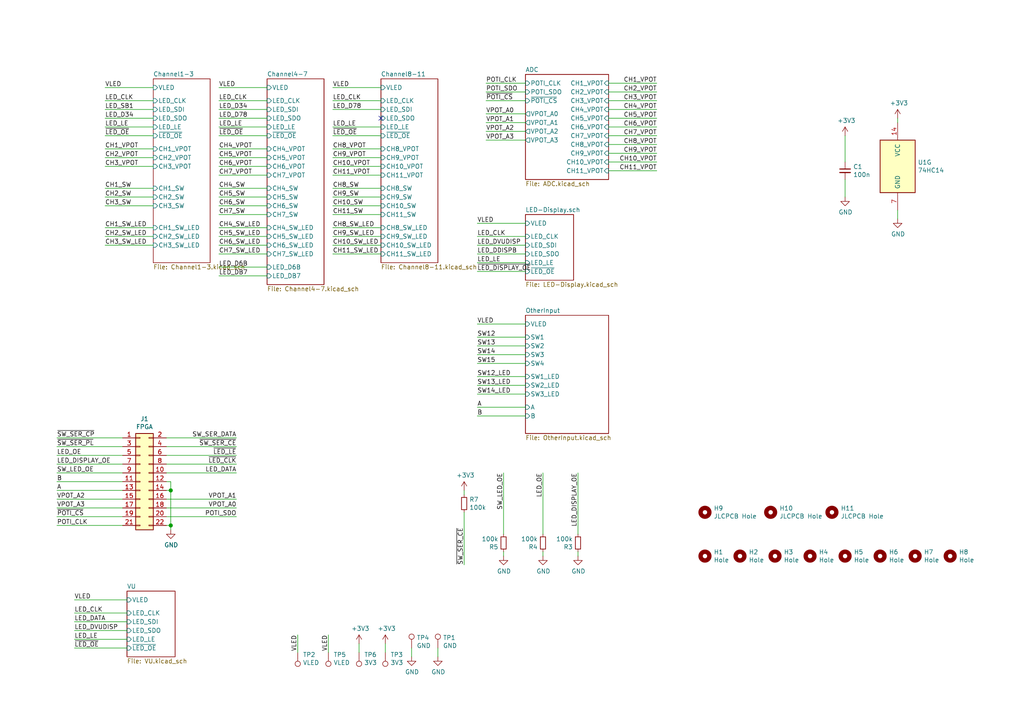
<source format=kicad_sch>
(kicad_sch (version 20211123) (generator eeschema)
  (paper "A4")
  (junction (at 49.53 142.24) (diameter 1.016))
  (junction (at 49.53 152.4) (diameter 1.016))
  (junction (at -29.21 210.82) (diameter 1.016))
  (junction (at -29.21 208.28) (diameter 1.016))
  (no_connect (at 110.49 34.29))
  (no_connect (at 214.63 236.22))
  (no_connect (at 153.67 236.22))
  (no_connect (at 45.72 289.56))
  (no_connect (at 45.72 287.02))
  (wire (pts (xy 45.72 250.19) (xy 59.69 250.19)))
  (wire (pts (xy 12.7 240.03) (xy 25.4 240.03)))
  (wire (pts (xy -29.21 210.82) (xy -29.21 213.36)))
  (wire (pts (xy 96.52 62.23) (xy 110.49 62.23)))
  (wire (pts (xy -27.94 208.28) (xy -29.21 208.28)))
  (wire (pts (xy 59.69 299.72) (xy 45.72 299.72)))
  (wire (pts (xy 63.5 54.61) (xy 77.47 54.61)))
  (wire (pts (xy 115.57 243.84) (xy 128.27 243.84)))
  (wire (pts (xy -44.45 184.15) (xy -44.45 182.88)))
  (wire (pts (xy 12.7 292.1) (xy 25.4 292.1)))
  (wire (pts (xy 325.12 96.52) (xy 307.34 96.52)))
  (wire (pts (xy 92.71 240.03) (xy 92.71 242.57)))
  (wire (pts (xy 45.72 297.18) (xy 59.69 297.18)))
  (wire (pts (xy 96.52 71.12) (xy 110.49 71.12)))
  (wire (pts (xy 176.53 251.46) (xy 189.23 251.46)))
  (wire (pts (xy -34.29 200.66) (xy -27.94 200.66)))
  (wire (pts (xy 96.52 66.04) (xy 110.49 66.04)))
  (wire (pts (xy 96.52 59.69) (xy 110.49 59.69)))
  (wire (pts (xy -29.21 208.28) (xy -29.21 210.82)))
  (wire (pts (xy 187.96 236.22) (xy 187.96 275.59)))
  (wire (pts (xy 30.48 31.75) (xy 44.45 31.75)))
  (wire (pts (xy 77.47 45.72) (xy 63.5 45.72)))
  (wire (pts (xy 138.43 78.74) (xy 152.4 78.74)))
  (wire (pts (xy -90.17 214.63) (xy -90.17 213.36)))
  (wire (pts (xy 68.58 149.86) (xy 48.26 149.86)))
  (wire (pts (xy 190.5 41.91) (xy 176.53 41.91)))
  (wire (pts (xy 167.64 154.94) (xy 167.64 137.16)))
  (wire (pts (xy 35.56 149.86) (xy 16.51 149.86)))
  (wire (pts (xy 16.51 134.62) (xy 35.56 134.62)))
  (wire (pts (xy 176.53 39.37) (xy 190.5 39.37)))
  (wire (pts (xy 134.62 148.59) (xy 134.62 163.83)))
  (wire (pts (xy 45.72 294.64) (xy 59.69 294.64)))
  (wire (pts (xy 138.43 71.12) (xy 152.4 71.12)))
  (wire (pts (xy 176.53 248.92) (xy 189.23 248.92)))
  (wire (pts (xy 146.05 154.94) (xy 146.05 137.16)))
  (wire (pts (xy 128.27 233.68) (xy 127 233.68)))
  (wire (pts (xy -80.01 208.28) (xy -80.01 214.63)))
  (wire (pts (xy 127 233.68) (xy 127 275.59)))
  (wire (pts (xy 190.5 46.99) (xy 176.53 46.99)))
  (wire (pts (xy 176.53 238.76) (xy 189.23 238.76)))
  (wire (pts (xy 68.58 144.78) (xy 48.26 144.78)))
  (wire (pts (xy 115.57 264.16) (xy 128.27 264.16)))
  (wire (pts (xy -53.34 184.15) (xy -53.34 182.88)))
  (wire (pts (xy 96.52 54.61) (xy 110.49 54.61)))
  (wire (pts (xy 340.36 96.52) (xy 358.14 96.52)))
  (wire (pts (xy 176.53 243.84) (xy 189.23 243.84)))
  (wire (pts (xy 20.32 261.62) (xy 20.32 264.16)))
  (wire (pts (xy 12.7 294.64) (xy 25.4 294.64)))
  (wire (pts (xy -27.94 203.2) (xy -29.21 203.2)))
  (wire (pts (xy 20.32 256.54) (xy 20.32 255.27)))
  (wire (pts (xy 138.43 114.3) (xy 152.4 114.3)))
  (wire (pts (xy 30.48 29.21) (xy 44.45 29.21)))
  (wire (pts (xy 35.56 129.54) (xy 16.51 129.54)))
  (wire (pts (xy 138.43 97.79) (xy 152.4 97.79)))
  (wire (pts (xy 21.59 180.34) (xy 36.83 180.34)))
  (wire (pts (xy 176.53 259.08) (xy 189.23 259.08)))
  (wire (pts (xy 340.36 152.4) (xy 358.14 152.4)))
  (wire (pts (xy 63.5 77.47) (xy 77.47 77.47)))
  (wire (pts (xy 96.52 73.66) (xy 110.49 73.66)))
  (wire (pts (xy 68.58 129.54) (xy 48.26 129.54)))
  (wire (pts (xy 63.5 34.29) (xy 77.47 34.29)))
  (wire (pts (xy 190.5 44.45) (xy 176.53 44.45)))
  (wire (pts (xy 12.7 284.48) (xy 25.4 284.48)))
  (wire (pts (xy 48.26 142.24) (xy 49.53 142.24)))
  (wire (pts (xy 63.5 48.26) (xy 77.47 48.26)))
  (wire (pts (xy 140.97 38.1) (xy 152.4 38.1)))
  (wire (pts (xy 63.5 29.21) (xy 77.47 29.21)))
  (wire (pts (xy 30.48 59.69) (xy 44.45 59.69)))
  (wire (pts (xy 189.23 266.7) (xy 176.53 266.7)))
  (wire (pts (xy 138.43 73.66) (xy 152.4 73.66)))
  (wire (pts (xy 115.57 248.92) (xy 128.27 248.92)))
  (wire (pts (xy 63.5 73.66) (xy 77.47 73.66)))
  (wire (pts (xy 68.58 137.16) (xy 48.26 137.16)))
  (wire (pts (xy 110.49 45.72) (xy 96.52 45.72)))
  (wire (pts (xy 201.93 226.06) (xy 201.93 224.79)))
  (wire (pts (xy 63.5 43.18) (xy 77.47 43.18)))
  (wire (pts (xy 63.5 66.04) (xy 77.47 66.04)))
  (wire (pts (xy 21.59 182.88) (xy 36.83 182.88)))
  (wire (pts (xy 358.14 124.46) (xy 340.36 124.46)))
  (wire (pts (xy 140.97 26.67) (xy 152.4 26.67)))
  (wire (pts (xy 325.12 124.46) (xy 307.34 124.46)))
  (wire (pts (xy 340.36 166.37) (xy 358.14 166.37)))
  (wire (pts (xy 104.14 186.69) (xy 104.14 189.23)))
  (wire (pts (xy 176.53 246.38) (xy 189.23 246.38)))
  (wire (pts (xy 86.36 184.15) (xy 86.36 189.23)))
  (wire (pts (xy 229.87 233.68) (xy 214.63 233.68)))
  (wire (pts (xy 30.48 66.04) (xy 44.45 66.04)))
  (wire (pts (xy 152.4 111.76) (xy 138.43 111.76)))
  (wire (pts (xy 12.7 247.65) (xy 25.4 247.65)))
  (wire (pts (xy 92.71 250.19) (xy 92.71 247.65)))
  (wire (pts (xy 110.49 50.8) (xy 96.52 50.8)))
  (wire (pts (xy 152.4 102.87) (xy 138.43 102.87)))
  (wire (pts (xy 45.72 252.73) (xy 59.69 252.73)))
  (wire (pts (xy 325.12 138.43) (xy 307.34 138.43)))
  (wire (pts (xy 111.76 186.69) (xy 111.76 189.23)))
  (wire (pts (xy 115.57 236.22) (xy 128.27 236.22)))
  (wire (pts (xy 44.45 45.72) (xy 30.48 45.72)))
  (wire (pts (xy 63.5 62.23) (xy 77.47 62.23)))
  (wire (pts (xy 152.4 118.11) (xy 138.43 118.11)))
  (wire (pts (xy 35.56 152.4) (xy 16.51 152.4)))
  (wire (pts (xy 63.5 39.37) (xy 77.47 39.37)))
  (wire (pts (xy 63.5 57.15) (xy 77.47 57.15)))
  (wire (pts (xy 63.5 36.83) (xy 77.47 36.83)))
  (wire (pts (xy 140.97 29.21) (xy 152.4 29.21)))
  (wire (pts (xy 152.4 40.64) (xy 140.97 40.64)))
  (wire (pts (xy 48.26 152.4) (xy 49.53 152.4)))
  (wire (pts (xy 30.48 68.58) (xy 44.45 68.58)))
  (wire (pts (xy 190.5 24.13) (xy 176.53 24.13)))
  (wire (pts (xy 140.97 24.13) (xy 152.4 24.13)))
  (wire (pts (xy 16.51 139.7) (xy 35.56 139.7)))
  (wire (pts (xy 189.23 236.22) (xy 187.96 236.22)))
  (wire (pts (xy 35.56 127) (xy 16.51 127)))
  (wire (pts (xy 30.48 34.29) (xy 44.45 34.29)))
  (wire (pts (xy -34.29 172.72) (xy -34.29 177.8)))
  (wire (pts (xy 176.53 264.16) (xy 189.23 264.16)))
  (wire (pts (xy 35.56 264.16) (xy 35.56 262.89)))
  (wire (pts (xy 201.93 275.59) (xy 201.93 274.32)))
  (wire (pts (xy 157.48 154.94) (xy 157.48 137.16)))
  (wire (pts (xy 96.52 68.58) (xy 110.49 68.58)))
  (wire (pts (xy 190.5 29.21) (xy 176.53 29.21)))
  (wire (pts (xy 190.5 49.53) (xy 176.53 49.53)))
  (wire (pts (xy 30.48 71.12) (xy 44.45 71.12)))
  (wire (pts (xy 96.52 43.18) (xy 110.49 43.18)))
  (wire (pts (xy 21.59 185.42) (xy 36.83 185.42)))
  (wire (pts (xy 21.59 187.96) (xy 36.83 187.96)))
  (wire (pts (xy 16.51 137.16) (xy 35.56 137.16)))
  (wire (pts (xy 63.5 31.75) (xy 77.47 31.75)))
  (wire (pts (xy 140.97 226.06) (xy 140.97 224.79)))
  (wire (pts (xy 307.34 110.49) (xy 325.12 110.49)))
  (wire (pts (xy 138.43 93.98) (xy 152.4 93.98)))
  (wire (pts (xy 63.5 59.69) (xy 77.47 59.69)))
  (wire (pts (xy 20.32 299.72) (xy 25.4 299.72)))
  (wire (pts (xy 21.59 173.99) (xy 36.83 173.99)))
  (wire (pts (xy 190.5 36.83) (xy 176.53 36.83)))
  (wire (pts (xy 96.52 25.4) (xy 110.49 25.4)))
  (wire (pts (xy 96.52 57.15) (xy 110.49 57.15)))
  (wire (pts (xy -27.94 198.12) (xy -34.29 198.12)))
  (wire (pts (xy 138.43 76.2) (xy 152.4 76.2)))
  (wire (pts (xy 260.35 63.5) (xy 260.35 60.96)))
  (wire (pts (xy 20.32 255.27) (xy 25.4 255.27)))
  (wire (pts (xy 140.97 275.59) (xy 140.97 274.32)))
  (wire (pts (xy -62.23 172.72) (xy -62.23 177.8)))
  (wire (pts (xy 45.72 302.26) (xy 59.69 302.26)))
  (wire (pts (xy 59.69 284.48) (xy 45.72 284.48)))
  (wire (pts (xy 49.53 139.7) (xy 49.53 142.24)))
  (wire (pts (xy -72.39 214.63) (xy -72.39 213.36)))
  (wire (pts (xy 30.48 25.4) (xy 44.45 25.4)))
  (wire (pts (xy 138.43 105.41) (xy 152.4 105.41)))
  (wire (pts (xy 138.43 64.77) (xy 152.4 64.77)))
  (wire (pts (xy 45.72 242.57) (xy 59.69 242.57)))
  (wire (pts (xy -53.34 172.72) (xy -53.34 177.8)))
  (wire (pts (xy 138.43 109.22) (xy 152.4 109.22)))
  (wire (pts (xy 266.7 255.27) (xy 266.7 257.81)))
  (wire (pts (xy 153.67 233.68) (xy 167.64 233.68)))
  (wire (pts (xy 20.32 300.99) (xy 20.32 299.72)))
  (wire (pts (xy 138.43 100.33) (xy 152.4 100.33)))
  (wire (pts (xy 95.25 184.15) (xy 95.25 189.23)))
  (wire (pts (xy 134.62 142.24) (xy 134.62 143.51)))
  (wire (pts (xy 115.57 238.76) (xy 128.27 238.76)))
  (wire (pts (xy 12.7 287.02) (xy 25.4 287.02)))
  (wire (pts (xy 45.72 247.65) (xy 59.69 247.65)))
  (wire (pts (xy 260.35 34.29) (xy 260.35 35.56)))
  (wire (pts (xy 12.7 250.19) (xy 25.4 250.19)))
  (wire (pts (xy 68.58 147.32) (xy 48.26 147.32)))
  (wire (pts (xy 68.58 134.62) (xy 48.26 134.62)))
  (wire (pts (xy -62.23 184.15) (xy -62.23 182.88)))
  (wire (pts (xy 176.53 241.3) (xy 189.23 241.3)))
  (wire (pts (xy 30.48 54.61) (xy 44.45 54.61)))
  (wire (pts (xy 68.58 132.08) (xy 48.26 132.08)))
  (wire (pts (xy 140.97 33.02) (xy 152.4 33.02)))
  (wire (pts (xy 96.52 36.83) (xy 110.49 36.83)))
  (wire (pts (xy 128.27 266.7) (xy 115.57 266.7)))
  (wire (pts (xy -44.45 172.72) (xy -44.45 177.8)))
  (wire (pts (xy 21.59 177.8) (xy 36.83 177.8)))
  (wire (pts (xy 49.53 152.4) (xy 49.53 153.67)))
  (wire (pts (xy 157.48 161.29) (xy 157.48 160.02)))
  (wire (pts (xy 48.26 127) (xy 68.58 127)))
  (wire (pts (xy 30.48 36.83) (xy 44.45 36.83)))
  (wire (pts (xy 266.7 265.43) (xy 266.7 262.89)))
  (wire (pts (xy 115.57 251.46) (xy 128.27 251.46)))
  (wire (pts (xy 63.5 80.01) (xy 77.47 80.01)))
  (wire (pts (xy 12.7 242.57) (xy 25.4 242.57)))
  (wire (pts (xy 16.51 132.08) (xy 35.56 132.08)))
  (wire (pts (xy 146.05 160.02) (xy 146.05 161.29)))
  (wire (pts (xy -34.29 184.15) (xy -34.29 182.88)))
  (wire (pts (xy 45.72 245.11) (xy 59.69 245.11)))
  (wire (pts (xy 77.47 50.8) (xy 63.5 50.8)))
  (wire (pts (xy 59.69 255.27) (xy 45.72 255.27)))
  (wire (pts (xy 307.34 152.4) (xy 325.12 152.4)))
  (wire (pts (xy 12.7 289.56) (xy 25.4 289.56)))
  (wire (pts (xy 138.43 68.58) (xy 152.4 68.58)))
  (wire (pts (xy 16.51 147.32) (xy 35.56 147.32)))
  (wire (pts (xy 190.5 34.29) (xy 176.53 34.29)))
  (wire (pts (xy -29.21 208.28) (xy -29.21 205.74)))
  (wire (pts (xy 176.53 233.68) (xy 189.23 233.68)))
  (wire (pts (xy 63.5 68.58) (xy 77.47 68.58)))
  (wire (pts (xy 340.36 138.43) (xy 358.14 138.43)))
  (wire (pts (xy 189.23 254) (xy 176.53 254)))
  (wire (pts (xy 30.48 48.26) (xy 44.45 48.26)))
  (wire (pts (xy 128.27 246.38) (xy 115.57 246.38)))
  (wire (pts (xy 127 190.5) (xy 127 187.96)))
  (wire (pts (xy 96.52 48.26) (xy 110.49 48.26)))
  (wire (pts (xy 128.27 241.3) (xy 115.57 241.3)))
  (wire (pts (xy 45.72 292.1) (xy 59.69 292.1)))
  (wire (pts (xy 35.56 234.95) (xy 35.56 232.41)))
  (wire (pts (xy 30.48 43.18) (xy 44.45 43.18)))
  (wire (pts (xy 115.57 254) (xy 128.27 254)))
  (wire (pts (xy -29.21 196.85) (xy -29.21 203.2)))
  (wire (pts (xy -29.21 205.74) (xy -27.94 205.74)))
  (wire (pts (xy 190.5 31.75) (xy 176.53 31.75)))
  (wire (pts (xy 115.57 259.08) (xy 128.27 259.08)))
  (wire (pts (xy 96.52 39.37) (xy 110.49 39.37)))
  (wire (pts (xy 59.69 240.03) (xy 45.72 240.03)))
  (wire (pts (xy 16.51 142.24) (xy 35.56 142.24)))
  (wire (pts (xy 167.64 161.29) (xy 167.64 160.02)))
  (wire (pts (xy 45.72 257.81) (xy 59.69 257.81)))
  (wire (pts (xy 63.5 25.4) (xy 77.47 25.4)))
  (wire (pts (xy 358.14 110.49) (xy 340.36 110.49)))
  (wire (pts (xy 30.48 57.15) (xy 44.45 57.15)))
  (wire (pts (xy 245.11 39.37) (xy 245.11 46.99)))
  (wire (pts (xy 35.56 144.78) (xy 16.51 144.78)))
  (wire (pts (xy 49.53 142.24) (xy 49.53 152.4)))
  (wire (pts (xy 96.52 31.75) (xy 110.49 31.75)))
  (wire (pts (xy -27.94 210.82) (xy -29.21 210.82)))
  (wire (pts (xy 138.43 120.65) (xy 152.4 120.65)))
  (wire (pts (xy 96.52 29.21) (xy 110.49 29.21)))
  (wire (pts (xy 30.48 39.37) (xy 44.45 39.37)))
  (wire (pts (xy 20.32 306.07) (xy 20.32 308.61)))
  (wire (pts (xy 119.38 190.5) (xy 119.38 187.96)))
  (wire (pts (xy 176.53 26.67) (xy 190.5 26.67)))
  (wire (pts (xy 63.5 71.12) (xy 77.47 71.12)))
  (wire (pts (xy 245.11 57.15) (xy 245.11 52.07)))
  (wire (pts (xy 152.4 35.56) (xy 140.97 35.56)))
  (wire (pts (xy 325.12 166.37) (xy 307.34 166.37)))
  (wire (pts (xy 35.56 308.61) (xy 35.56 307.34)))
  (wire (pts (xy 12.7 245.11) (xy 25.4 245.11)))
  (wire (pts (xy 35.56 279.4) (xy 35.56 276.86)))
  (wire (pts (xy 48.26 139.7) (xy 49.53 139.7)))
  (label "B" (at 16.51 139.7 0))
  (label "CH1_SW" (at 176.53 243.84 0))
  (label "CH8_SW_LED" (at 96.52 66.04 0))
  (label "CH11_VPOT" (at 190.5 49.53 180))
  (label "~{SW_LED_OE}" (at 12.7 294.64 0))
  (label "VLED" (at -44.45 172.72 270))
  (label "CH3_VPOT" (at 30.48 48.26 0))
  (label "CH7_SW_LED" (at 63.5 73.66 0))
  (label "CH5_SW" (at 115.57 246.38 0))
  (label "LED_LE" (at 12.7 247.65 0))
  (label "CH11_SW_LED" (at 96.52 73.66 0))
  (label "VLED" (at -34.29 200.66 0))
  (label "VPOT_A0" (at 140.97 33.02 0))
  (label "SW12" (at 176.53 251.46 0))
  (label "SW15" (at 176.53 246.38 0))
  (label "LED_DB7" (at 12.7 245.11 0))
  (label "CH5_VPOT" (at 63.5 45.72 0))
  (label "SW14_LED" (at 59.69 284.48 180))
  (label "POTI_CLK" (at 16.51 152.4 0))
  (label "SW_LED_OE" (at 16.51 137.16 0))
  (label "SW15" (at 138.43 105.41 0))
  (label "CH9_SW" (at 96.52 57.15 0))
  (label "CH10_VPOT" (at 190.5 46.99 180))
  (label "SW12" (at 138.43 97.79 0))
  (label "LED_CLK" (at 96.52 29.21 0))
  (label "VPOT_A2" (at 16.51 144.78 0))
  (label "CH4_SW" (at 115.57 241.3 0))
  (label "LED_DATA" (at 21.59 180.34 0))
  (label "CH7_SW_LED" (at 59.69 245.11 180))
  (label "LED_LE" (at 12.7 292.1 0))
  (label "~{LED_LE}" (at 307.34 110.49 0))
  (label "CH5_SW_LED" (at 59.69 240.03 180))
  (label "LED_CLK" (at 138.43 68.58 0))
  (label "CH8_SW" (at 96.52 54.61 0))
  (label "SW13_LED" (at 59.69 299.72 180))
  (label "LED_LE" (at 63.5 36.83 0))
  (label "VPOT_A2" (at 140.97 38.1 0))
  (label "~{LED_CLK}" (at 307.34 138.43 0))
  (label "CH2_SW_LED" (at 59.69 297.18 180))
  (label "CH6_SW_LED" (at 63.5 71.12 0))
  (label "VPOT_A3" (at 140.97 40.64 0))
  (label "CH5_SW" (at 63.5 57.15 0))
  (label "VLED" (at 86.36 184.15 270))
  (label "LED_D78" (at 96.52 31.75 0))
  (label "SW12_LED" (at 59.69 302.26 180))
  (label "~{SW_SER_PL}" (at 16.51 129.54 0))
  (label "CH7_VPOT" (at 190.5 39.37 180))
  (label "CH6_SW_LED" (at 59.69 257.81 180))
  (label "CH3_SW" (at 30.48 59.69 0))
  (label "LED_DATA" (at 68.58 137.16 180))
  (label "CH7_VPOT" (at 63.5 50.8 0))
  (label "CH8_SW_LED" (at 59.69 247.65 180))
  (label "CH7_SW" (at 63.5 62.23 0))
  (label "~{SW_SER_CP}" (at 16.51 127 0))
  (label "CH6_VPOT" (at 190.5 36.83 180))
  (label "~{LED_OE}" (at 63.5 39.37 0))
  (label "~{POTI_CS}" (at 140.97 29.21 0))
  (label "LED_DISPLAY_OE" (at 167.64 137.16 270))
  (label "VLED" (at -80.01 208.28 270))
  (label "SW14" (at 138.43 102.87 0))
  (label "~{LED_CLK}" (at 68.58 134.62 180))
  (label "CH6_SW" (at 115.57 243.84 0))
  (label "POTI_SDO" (at 140.97 26.67 0))
  (label "A" (at 16.51 142.24 0))
  (label "CH8_SW" (at 115.57 236.22 0))
  (label "CH2_VPOT" (at 30.48 45.72 0))
  (label "LED_LE" (at 358.14 110.49 180))
  (label "VLED" (at 30.48 25.4 0))
  (label "LED_SB1" (at 12.7 289.56 0))
  (label "CH11_SW" (at 115.57 248.92 0))
  (label "VLED" (at -34.29 172.72 270))
  (label "CH3_SW_LED" (at 59.69 294.64 180))
  (label "CH4_SW_LED" (at 59.69 242.57 180))
  (label "SW_SER_D12" (at 176.53 233.68 0))
  (label "~{SW_SER_CE}" (at 134.62 163.83 90))
  (label "CH6_SW" (at 63.5 59.69 0))
  (label "A" (at 138.43 118.11 0))
  (label "LED_OE" (at 157.48 137.16 270))
  (label "LED_CLK" (at 21.59 177.8 0))
  (label "SW14" (at 176.53 248.92 0))
  (label "POTI_CLK" (at 140.97 24.13 0))
  (label "CH4_SW_LED" (at 63.5 66.04 0))
  (label "LED_D78" (at 63.5 34.29 0))
  (label "LED_DVUDISP" (at 21.59 182.88 0))
  (label "VLED" (at 138.43 93.98 0))
  (label "LED_OE" (at 307.34 124.46 0))
  (label "SW_LED_OE" (at 307.34 166.37 0))
  (label "VLED" (at 96.52 25.4 0))
  (label "~{SW_SER_CE}" (at 115.57 266.7 0))
  (label "CH4_VPOT" (at 190.5 31.75 180))
  (label "~{LED_LE}" (at 68.58 132.08 180))
  (label "CH9_VPOT" (at 96.52 45.72 0))
  (label "SW13" (at 176.53 254 0))
  (label "CH9_SW" (at 115.57 251.46 0))
  (label "CH9_SW_LED" (at 59.69 255.27 180))
  (label "CH2_VPOT" (at 190.5 26.67 180))
  (label "LED_LE" (at 21.59 185.42 0))
  (label "CH10_SW_LED" (at 59.69 252.73 180))
  (label "~{SW_SER_PL}" (at 115.57 259.08 0))
  (label "CH5_VPOT" (at 190.5 34.29 180))
  (label "CH10_SW" (at 115.57 238.76 0))
  (label "LED_CLK" (at 30.48 29.21 0))
  (label "CH6_VPOT" (at 63.5 48.26 0))
  (label "CH9_SW_LED" (at 96.52 68.58 0))
  (label "CH1_SW" (at 30.48 54.61 0))
  (label "LED_CLK" (at 358.14 138.43 180))
  (label "CH8_VPOT" (at 96.52 43.18 0))
  (label "CH10_VPOT" (at 96.52 48.26 0))
  (label "SW12_LED" (at 138.43 109.22 0))
  (label "SW13_LED" (at 138.43 111.76 0))
  (label "SW_LED_OE" (at 146.05 137.16 270))
  (label "CH4_VPOT" (at 63.5 43.18 0))
  (label "LED_D34" (at 30.48 34.29 0))
  (label "SW_SER_D12" (at 167.64 233.68 180))
  (label "CH10_SW_LED" (at 96.52 71.12 0))
  (label "LED_CLK" (at 12.7 240.03 0))
  (label "SW_SER_CP" (at 176.53 264.16 0))
  (label "VLED" (at 95.25 184.15 270))
  (label "LED_D6B" (at 12.7 242.57 0))
  (label "CH1_SW_LED" (at 30.48 66.04 0))
  (label "LED_OE" (at 16.51 132.08 0))
  (label "~{SW_SER_CP}" (at 307.34 96.52 0))
  (label "CH1_VPOT" (at 30.48 43.18 0))
  (label "SW_SER_DATA" (at 229.87 233.68 180))
  (label "LED_DISPLAY_OE" (at 307.34 152.4 0))
  (label "CH11_SW_LED" (at 59.69 250.19 180))
  (label "CH11_VPOT" (at 96.52 50.8 0))
  (label "CH1_VPOT" (at 190.5 24.13 180))
  (label "CH2_SW" (at 176.53 241.3 0))
  (label "CH2_SW" (at 30.48 57.15 0))
  (label "~{LED_OE}" (at 30.48 39.37 0))
  (label "VLED" (at -62.23 172.72 270))
  (label "VPOT_A0" (at 68.58 147.32 180))
  (label "~{POTI_CS}" (at 16.51 149.86 0))
  (label "LED_DDISPB" (at 12.7 287.02 0))
  (label "CH5_SW_LED" (at 63.5 68.58 0))
  (label "CH3_VPOT" (at 190.5 29.21 180))
  (label "CH11_SW" (at 96.52 62.23 0))
  (label "LED_DVUDISP" (at 138.43 71.12 0))
  (label "SW14_LED" (at 138.43 114.3 0))
  (label "VPOT_A3" (at 16.51 147.32 0))
  (label "B" (at 138.43 120.65 0))
  (label "LED_CLK" (at 12.7 284.48 0))
  (label "VLED" (at -53.34 172.72 270))
  (label "SW_SER_DATA" (at 68.58 127 180))
  (label "LED_LE" (at 138.43 76.2 0))
  (label "VPOT_A1" (at 68.58 144.78 180))
  (label "~{LED_OE}" (at 21.59 187.96 0))
  (label "~{SW_LED_OE}" (at 358.14 166.37 180))
  (label "~{SW_SER_CE}" (at 68.58 129.54 180))
  (label "CH10_SW" (at 96.52 59.69 0))
  (label "CH3_SW_LED" (at 30.48 71.12 0))
  (label "VLED" (at 21.59 173.99 0))
  (label "LED_CLK" (at 63.5 29.21 0))
  (label "LED_LE" (at 96.52 36.83 0))
  (label "VLED" (at 138.43 64.77 0))
  (label "~{SW_LED_OE}" (at 12.7 250.19 0))
  (label "SW_SER_CP" (at 358.14 96.52 180))
  (label "CH8_VPOT" (at 190.5 41.91 180))
  (label "SW13" (at 138.43 100.33 0))
  (label "~{LED_OE}" (at 358.14 124.46 180))
  (label "LED_D34" (at 63.5 31.75 0))
  (label "LED_DB7" (at 63.5 80.01 0))
  (label "LED_DDISPB" (at 138.43 73.66 0))
  (label "~{SW_SER_CE}" (at 176.53 266.7 0))
  (label "CH7_SW" (at 115.57 254 0))
  (label "LED_D6B" (at 63.5 77.47 0))
  (label "VLED" (at -34.29 198.12 0))
  (label "CH3_SW" (at 176.53 238.76 0))
  (label "CH2_SW_LED" (at 30.48 68.58 0))
  (label "CH1_SW_LED" (at 59.69 292.1 180))
  (label "LED_DISPLAY_OE" (at 16.51 134.62 0))
  (label "CH9_VPOT" (at 190.5 44.45 180))
  (label "~{LED_DISPLAY_OE}" (at 138.43 78.74 0))
  (label "~{LED_OE}" (at 96.52 39.37 0))
  (label "VLED" (at 63.5 25.4 0))
  (label "POTI_SDO" (at 68.58 149.86 180))
  (label "VPOT_A1" (at 140.97 35.56 0))
  (label "~{LED_DISPLAY_OE}" (at 358.14 152.4 180))
  (label "CH4_SW" (at 63.5 54.61 0))
  (label "SW_SER_CP" (at 115.57 264.16 0))
  (label "~{SW_SER_PL}" (at 176.53 259.08 0))
  (label "LED_LE" (at 30.48 36.83 0))
  (label "LED_SB1" (at 30.48 31.75 0))
  (symbol (lib_id "74xx:74HC165") (at 140.97 248.92 0) (unit 1)
    (property "Reference" "U3" (at 134.62 229.87 0))
    (property "Value" "74HC165" (at 146.05 229.87 0))
    (property "Footprint" "Package_SO:SOIC-16_3.9x9.9mm_P1.27mm" (effects hide))
    (property "Datasheet" "https://assets.nexperia.com/documents/data-sheet/74HC_HCT165.pdf" (effects hide))
    (property "LCSC" "C5613" (effects hide))
  )
  (symbol (lib_id "power:GND") (at 140.97 275.59 0) (unit 1)
    (property "Reference" "#PWR0154" (effects hide))
    (property "Value" "GND" (at 141.097 279.9842 0))
  )
  (symbol (lib_id "power:+3V3") (at 140.97 224.79 0) (unit 1)
    (property "Reference" "#PWR0155" (effects hide))
    (property "Value" "+3V3" (at 141.351 220.3958 0))
  )
  (symbol (lib_id "74xx:74HC165") (at 201.93 248.92 0) (unit 1)
    (property "Reference" "U5" (at 195.58 229.87 0))
    (property "Value" "74HC165" (at 207.01 229.87 0))
    (property "Footprint" "Package_SO:SOIC-16_3.9x9.9mm_P1.27mm" (effects hide))
    (property "Datasheet" "https://assets.nexperia.com/documents/data-sheet/74HC_HCT165.pdf" (effects hide))
    (property "LCSC" "C5613" (effects hide))
  )
  (symbol (lib_id "power:GND") (at 201.93 275.59 0) (unit 1)
    (property "Reference" "#PWR0156" (effects hide))
    (property "Value" "GND" (at 202.057 279.9842 0))
  )
  (symbol (lib_id "power:+3V3") (at 201.93 224.79 0) (unit 1)
    (property "Reference" "#PWR0157" (effects hide))
    (property "Value" "+3V3" (at 202.311 220.3958 0))
  )
  (symbol (lib_id "Connector_Generic:Conn_01x06") (at -22.86 203.2 0) (unit 1)
    (property "Reference" "J3" (at -20.828 203.4032 0) (effects (justify left)))
    (property "Value" "Power" (at -20.828 205.7146 0) (effects (justify left)))
    (property "Footprint" "Connector_JST:JST_VH_B6P-VH_1x06_P3.96mm_Vertical" (effects hide))
  )
  (symbol (lib_id "twam-LED:TLC591x") (at 35.56 248.92 0) (unit 1)
    (property "Reference" "U4" (at 29.21 236.22 0))
    (property "Value" "TLC5916IDR" (at 41.91 236.22 0))
    (property "Footprint" "Package_SO:SOIC-16_3.9x9.9mm_P1.27mm" (effects hide))
    (property "LCSC" "C90107" (effects hide))
  )
  (symbol (lib_id "power:GND") (at 35.56 264.16 0) (unit 1)
    (property "Reference" "#PWR0158" (effects hide))
    (property "Value" "GND" (at 35.687 268.5542 0))
  )
  (symbol (lib_id "Device:R_Small") (at 20.32 259.08 0) (unit 1)
    (property "Reference" "R1" (at 21.8186 257.9116 0) (effects (justify left)))
    (property "Value" "470R" (at 21.8186 260.223 0) (effects (justify left)))
    (property "Footprint" "Resistor_SMD:R_0603_1608Metric" (effects hide))
    (property "LCSC" "C23179" (effects hide))
  )
  (symbol (lib_id "power:GND") (at 20.32 264.16 0) (unit 1)
    (property "Reference" "#PWR0159" (effects hide))
    (property "Value" "GND" (at 20.447 268.5542 0))
  )
  (symbol (lib_id "power:+3.3V") (at 35.56 232.41 0) (unit 1)
    (property "Reference" "#PWR0160" (effects hide))
    (property "Value" "+3.3V" (at 35.941 228.0158 0))
  )
  (symbol (lib_id "power:+3.3V") (at -90.17 213.36 0) (unit 1)
    (property "Reference" "#PWR0114" (effects hide))
    (property "Value" "+3.3V" (at -89.789 208.9658 0))
  )
  (symbol (lib_id "power:PWR_FLAG") (at -80.01 214.63 180) (unit 1)
    (property "Reference" "#FLG0101" (effects hide))
    (property "Value" "PWR_FLAG" (at -80.01 219.0242 0))
  )
  (symbol (lib_id "power:GND") (at -72.39 214.63 0) (unit 1)
    (property "Reference" "#PWR0116" (effects hide))
    (property "Value" "GND" (at -72.263 219.0242 0))
  )
  (symbol (lib_id "power:PWR_FLAG") (at -72.39 213.36 0) (unit 1)
    (property "Reference" "#FLG0102" (effects hide))
    (property "Value" "PWR_FLAG" (at -72.39 208.9658 0))
  )
  (symbol (lib_id "power:+3.3V") (at -29.21 196.85 0) (unit 1)
    (property "Reference" "#PWR0147" (effects hide))
    (property "Value" "+3.3V" (at -28.829 192.4558 0))
  )
  (symbol (lib_id "74xx:74HC14") (at 332.74 138.43 0) (unit 4)
    (property "Reference" "U1" (at 332.74 146.4818 0))
    (property "Value" "74HC14" (at 332.74 144.1704 0))
    (property "Footprint" "Package_SO:SOIC-14_3.9x8.7mm_P1.27mm" (effects hide))
    (property "Datasheet" "http://www.ti.com/lit/gpn/sn74HC14" (effects hide))
    (property "LCSC" "C5605" (effects hide))
  )
  (symbol (lib_id "Mechanical:MountingHole") (at 204.47 148.59 0) (unit 1)
    (property "Reference" "H9" (at 207.01 147.4216 0) (effects (justify left)))
    (property "Value" "JLCPCB Hole" (at 207.01 149.733 0) (effects (justify left)))
    (property "Footprint" "MountingHole:MountingHole_JLCPCB" (effects hide))
  )
  (symbol (lib_id "Mechanical:MountingHole") (at 223.52 148.59 0) (unit 1)
    (property "Reference" "H10" (at 226.06 147.4216 0) (effects (justify left)))
    (property "Value" "JLCPCB Hole" (at 226.06 149.733 0) (effects (justify left)))
    (property "Footprint" "MountingHole:MountingHole_JLCPCB" (effects hide))
  )
  (symbol (lib_id "Mechanical:MountingHole") (at 241.3 148.59 0) (unit 1)
    (property "Reference" "H11" (at 243.84 147.4216 0) (effects (justify left)))
    (property "Value" "JLCPCB Hole" (at 243.84 149.733 0) (effects (justify left)))
    (property "Footprint" "MountingHole:MountingHole_JLCPCB" (effects hide))
  )
  (symbol (lib_id "74xx:74HC14") (at 332.74 152.4 0) (unit 5)
    (property "Reference" "U1" (at 332.74 160.4518 0))
    (property "Value" "74HC14" (at 332.74 158.1404 0))
    (property "Footprint" "Package_SO:SOIC-14_3.9x8.7mm_P1.27mm" (effects hide))
    (property "Datasheet" "http://www.ti.com/lit/gpn/sn74HC14" (effects hide))
    (property "LCSC" "C5605" (effects hide))
  )
  (symbol (lib_id "power:GND") (at 127 275.59 0) (unit 1)
    (property "Reference" "#PWR0150" (effects hide))
    (property "Value" "GND" (at 127.127 279.9842 0))
  )
  (symbol (lib_id "power:GND") (at 187.96 275.59 0) (unit 1)
    (property "Reference" "#PWR0161" (effects hide))
    (property "Value" "GND" (at 188.087 279.9842 0))
  )
  (symbol (lib_id "power:GND") (at 92.71 250.19 0) (unit 1)
    (property "Reference" "#PWR0356" (effects hide))
    (property "Value" "GND" (at 92.837 254.5842 0))
  )
  (symbol (lib_id "Device:C_Small") (at 92.71 245.11 0) (unit 1)
    (property "Reference" "C3" (at 95.0468 243.9416 0) (effects (justify left)))
    (property "Value" "100n" (at 95.0468 246.253 0) (effects (justify left)))
    (property "Footprint" "Capacitor_SMD:C_0603_1608Metric" (effects hide))
    (property "LCSC" "C14663" (effects hide))
  )
  (symbol (lib_id "power:+3.3V") (at 92.71 240.03 0) (unit 1)
    (property "Reference" "#PWR0357" (effects hide))
    (property "Value" "+3.3V" (at 93.091 235.6358 0))
  )
  (symbol (lib_id "74xx:74HC14") (at 332.74 166.37 0) (unit 6)
    (property "Reference" "U1" (at 332.74 174.4218 0))
    (property "Value" "74HC14" (at 332.74 172.1104 0))
    (property "Footprint" "Package_SO:SOIC-14_3.9x8.7mm_P1.27mm" (effects hide))
    (property "Datasheet" "http://www.ti.com/lit/gpn/sn74HC14" (effects hide))
    (property "LCSC" "C5605" (effects hide))
  )
  (symbol (lib_id "power:GND") (at 146.05 161.29 0) (unit 1)
    (property "Reference" "#PWR0164" (effects hide))
    (property "Value" "GND" (at 146.177 165.6842 0))
  )
  (symbol (lib_id "74xx:74HC14") (at 332.74 110.49 0) (unit 2)
    (property "Reference" "U1" (at 332.74 118.5418 0))
    (property "Value" "74HC14" (at 332.74 116.2304 0))
    (property "Footprint" "Package_SO:SOIC-14_3.9x8.7mm_P1.27mm" (effects hide))
    (property "Datasheet" "http://www.ti.com/lit/gpn/sn74HC14" (effects hide))
    (property "LCSC" "C5605" (effects hide))
  )
  (symbol (lib_id "74xx:74HC14") (at 332.74 124.46 0) (unit 3)
    (property "Reference" "U1" (at 332.74 132.5118 0))
    (property "Value" "74HC14" (at 332.74 130.2004 0))
    (property "Footprint" "Package_SO:SOIC-14_3.9x8.7mm_P1.27mm" (effects hide))
    (property "Datasheet" "http://www.ti.com/lit/gpn/sn74HC14" (effects hide))
    (property "LCSC" "C5605" (effects hide))
  )
  (symbol (lib_id "power:GND") (at 157.48 161.29 0) (unit 1)
    (property "Reference" "#PWR0166" (effects hide))
    (property "Value" "GND" (at 157.607 165.6842 0))
  )
  (symbol (lib_id "power:GND") (at 167.64 161.29 0) (unit 1)
    (property "Reference" "#PWR0168" (effects hide))
    (property "Value" "GND" (at 167.767 165.6842 0))
  )
  (symbol (lib_id "twam-LED:TLC591x") (at 35.56 293.37 0) (unit 1)
    (property "Reference" "U7" (at 29.21 280.67 0))
    (property "Value" "TLC5916IDR" (at 41.91 280.67 0))
    (property "Footprint" "Package_SO:SOIC-16_3.9x9.9mm_P1.27mm" (effects hide))
    (property "LCSC" "C90107" (effects hide))
  )
  (symbol (lib_id "power:GND") (at 35.56 308.61 0) (unit 1)
    (property "Reference" "#PWR0358" (effects hide))
    (property "Value" "GND" (at 35.687 313.0042 0))
  )
  (symbol (lib_id "Device:R_Small") (at 20.32 303.53 0) (unit 1)
    (property "Reference" "R2" (at 21.8186 302.3616 0) (effects (justify left)))
    (property "Value" "470R" (at 21.8186 304.673 0) (effects (justify left)))
    (property "Footprint" "Resistor_SMD:R_0603_1608Metric" (effects hide))
    (property "LCSC" "C23179" (effects hide))
  )
  (symbol (lib_id "power:GND") (at 20.32 308.61 0) (unit 1)
    (property "Reference" "#PWR0359" (effects hide))
    (property "Value" "GND" (at 20.447 313.0042 0))
  )
  (symbol (lib_id "power:+3.3V") (at 35.56 276.86 0) (unit 1)
    (property "Reference" "#PWR0360" (effects hide))
    (property "Value" "+3.3V" (at 35.941 272.4658 0))
  )
  (symbol (lib_id "Connector_Generic:Conn_02x11_Odd_Even") (at 40.64 139.7 0) (unit 1)
    (property "Reference" "J1" (at 41.91 121.4882 0))
    (property "Value" "FPGA" (at 41.91 123.7996 0))
    (property "Footprint" "Connector_PinHeader_2.54mm:PinHeader_2x11_P2.54mm_Vertical_SMD" (effects hide))
  )
  (symbol (lib_id "power:GND") (at 49.53 153.67 0) (unit 1)
    (property "Reference" "#PWR0378" (effects hide))
    (property "Value" "GND" (at 49.657 158.0642 0))
  )
  (symbol (lib_id "Device:R_Small") (at 167.64 157.48 180) (unit 1)
    (property "Reference" "R3" (at 166.1414 158.6484 0) (effects (justify left)))
    (property "Value" "100k" (at 166.1414 156.337 0) (effects (justify left)))
    (property "Footprint" "Resistor_SMD:R_0603_1608Metric" (effects hide))
    (property "LCSC" "C25803" (effects hide))
  )
  (symbol (lib_id "Device:R_Small") (at 157.48 157.48 180) (unit 1)
    (property "Reference" "R4" (at 155.9814 158.6484 0) (effects (justify left)))
    (property "Value" "100k" (at 155.9814 156.337 0) (effects (justify left)))
    (property "Footprint" "Resistor_SMD:R_0603_1608Metric" (effects hide))
    (property "LCSC" "C25803" (effects hide))
  )
  (symbol (lib_id "Device:R_Small") (at 146.05 157.48 180) (unit 1)
    (property "Reference" "R5" (at 144.5514 158.6484 0) (effects (justify left)))
    (property "Value" "100k" (at 144.5514 156.337 0) (effects (justify left)))
    (property "Footprint" "Resistor_SMD:R_0603_1608Metric" (effects hide))
    (property "LCSC" "C25803" (effects hide))
  )
  (symbol (lib_id "Device:R_Small") (at 134.62 146.05 0) (unit 1)
    (property "Reference" "R7" (at 136.1186 144.8816 0) (effects (justify left)))
    (property "Value" "100k" (at 136.1186 147.193 0) (effects (justify left)))
    (property "Footprint" "Resistor_SMD:R_0603_1608Metric" (effects hide))
    (property "LCSC" "C25803" (effects hide))
  )
  (symbol (lib_id "power:+3V3") (at 134.62 142.24 0) (unit 1)
    (property "Reference" "#PWR0383" (effects hide))
    (property "Value" "+3V3" (at 135.001 137.8458 0))
  )
  (symbol (lib_id "Connector:TestPoint") (at 127 187.96 0) (unit 1)
    (property "Reference" "TP1" (at 128.4732 184.9628 0) (effects (justify left)))
    (property "Value" "GND" (at 128.4732 187.2742 0) (effects (justify left)))
    (property "Footprint" "TestPoint:TestPoint_Pad_D2.0mm" (effects hide))
  )
  (symbol (lib_id "Connector:TestPoint") (at 86.36 189.23 180) (unit 1)
    (property "Reference" "TP2" (at 87.8332 189.8904 0) (effects (justify right)))
    (property "Value" "VLED" (at 87.8332 192.2018 0) (effects (justify right)))
    (property "Footprint" "TestPoint:TestPoint_Pad_D2.0mm" (effects hide))
  )
  (symbol (lib_id "power:GND") (at 127 190.5 0) (unit 1)
    (property "Reference" "#PWR0165" (effects hide))
    (property "Value" "GND" (at 127.127 194.8942 0))
  )
  (symbol (lib_id "Connector:TestPoint") (at 111.76 189.23 180) (unit 1)
    (property "Reference" "TP3" (at 113.2332 189.8904 0) (effects (justify right)))
    (property "Value" "3V3" (at 113.2332 192.2018 0) (effects (justify right)))
    (property "Footprint" "TestPoint:TestPoint_Pad_D2.0mm" (effects hide))
  )
  (symbol (lib_id "power:+3V3") (at 111.76 186.69 0) (unit 1)
    (property "Reference" "#PWR0398" (effects hide))
    (property "Value" "+3V3" (at 112.141 182.2958 0))
  )
  (symbol (lib_id "Connector:TestPoint") (at 119.38 187.96 0) (unit 1)
    (property "Reference" "TP4" (at 120.8532 184.9628 0) (effects (justify left)))
    (property "Value" "GND" (at 120.8532 187.2742 0) (effects (justify left)))
    (property "Footprint" "TestPoint:TestPoint_Pad_D2.0mm" (effects hide))
  )
  (symbol (lib_id "Connector:TestPoint") (at 95.25 189.23 180) (unit 1)
    (property "Reference" "TP5" (at 96.7232 189.8904 0) (effects (justify right)))
    (property "Value" "VLED" (at 96.7232 192.2018 0) (effects (justify right)))
    (property "Footprint" "TestPoint:TestPoint_Pad_D2.0mm" (effects hide))
  )
  (symbol (lib_id "power:GND") (at 119.38 190.5 0) (unit 1)
    (property "Reference" "#PWR0399" (effects hide))
    (property "Value" "GND" (at 119.507 194.8942 0))
  )
  (symbol (lib_id "Connector:TestPoint") (at 104.14 189.23 180) (unit 1)
    (property "Reference" "TP6" (at 105.6132 189.8904 0) (effects (justify right)))
    (property "Value" "3V3" (at 105.6132 192.2018 0) (effects (justify right)))
    (property "Footprint" "TestPoint:TestPoint_Pad_D2.0mm" (effects hide))
  )
  (symbol (lib_id "power:+3V3") (at 104.14 186.69 0) (unit 1)
    (property "Reference" "#PWR0400" (effects hide))
    (property "Value" "+3V3" (at 104.521 182.2958 0))
  )
  (symbol (lib_id "power:GND") (at 266.7 265.43 0) (unit 1)
    (property "Reference" "#PWR0151" (effects hide))
    (property "Value" "GND" (at 266.827 269.8242 0))
  )
  (symbol (lib_id "Device:C_Small") (at 266.7 260.35 0) (unit 1)
    (property "Reference" "C5" (at 269.0368 259.1816 0) (effects (justify left)))
    (property "Value" "100n" (at 269.0368 261.493 0) (effects (justify left)))
    (property "Footprint" "Capacitor_SMD:C_0603_1608Metric" (effects hide))
    (property "LCSC" "C14663" (effects hide))
  )
  (symbol (lib_id "power:+3.3V") (at 266.7 255.27 0) (unit 1)
    (property "Reference" "#PWR0162" (effects hide))
    (property "Value" "+3.3V" (at 267.081 250.8758 0))
  )
  (symbol (lib_id "Device:C_Small") (at -44.45 180.34 0) (unit 1)
    (property "Reference" "C8" (at -42.1132 179.1716 0) (effects (justify left)))
    (property "Value" "47u" (at -42.1132 181.483 0) (effects (justify left)))
    (property "Footprint" "Capacitor_SMD:C_1206_3216Metric" (effects hide))
    (property "LCSC" "C96123" (effects hide))
  )
  (symbol (lib_id "power:GND") (at -44.45 184.15 0) (unit 1)
    (property "Reference" "#PWR0170" (effects hide))
    (property "Value" "GND" (at -44.323 188.5442 0))
  )
  (symbol (lib_id "Device:C_Small") (at -53.34 180.34 0) (unit 1)
    (property "Reference" "C10" (at -51.0032 179.1716 0) (effects (justify left)))
    (property "Value" "47u" (at -51.0032 181.483 0) (effects (justify left)))
    (property "Footprint" "Capacitor_SMD:C_1206_3216Metric" (effects hide))
    (property "LCSC" "C96123" (effects hide))
  )
  (symbol (lib_id "power:GND") (at -53.34 184.15 0) (unit 1)
    (property "Reference" "#PWR0171" (effects hide))
    (property "Value" "GND" (at -53.213 188.5442 0))
  )
  (symbol (lib_id "Device:C_Small") (at -34.29 180.34 0) (unit 1)
    (property "Reference" "C11" (at -31.9532 179.1716 0) (effects (justify left)))
    (property "Value" "47u" (at -31.9532 181.483 0) (effects (justify left)))
    (property "Footprint" "Capacitor_SMD:C_1206_3216Metric" (effects hide))
    (property "LCSC" "C96123" (effects hide))
  )
  (symbol (lib_id "power:GND") (at -34.29 184.15 0) (unit 1)
    (property "Reference" "#PWR0172" (effects hide))
    (property "Value" "GND" (at -34.163 188.5442 0))
  )
  (symbol (lib_id "Device:C_Small") (at -62.23 180.34 0) (unit 1)
    (property "Reference" "C9" (at -59.8932 179.1716 0) (effects (justify left)))
    (property "Value" "47u" (at -59.8932 181.483 0) (effects (justify left)))
    (property "Footprint" "Capacitor_SMD:C_1206_3216Metric" (effects hide))
    (property "LCSC" "C96123" (effects hide))
  )
  (symbol (lib_id "power:GND") (at -62.23 184.15 0) (unit 1)
    (property "Reference" "#PWR0361" (effects hide))
    (property "Value" "GND" (at -62.103 188.5442 0))
  )
  (symbol (lib_id "74xx:74HC14") (at 260.35 48.26 0) (unit 7)
    (property "Reference" "U1" (at 266.192 47.0916 0) (effects (justify left)))
    (property "Value" "74HC14" (at 266.192 49.403 0) (effects (justify left)))
    (property "Footprint" "Package_SO:SOIC-14_3.9x8.7mm_P1.27mm" (effects hide))
    (property "Datasheet" "http://www.ti.com/lit/gpn/sn74HC14" (effects hide))
  )
  (symbol (lib_id "power:GND") (at 260.35 63.5 0) (unit 1)
    (property "Reference" "#PWR0102" (effects hide))
    (property "Value" "GND" (at 260.477 67.8942 0))
  )
  (symbol (lib_id "Device:C_Small") (at 245.11 49.53 0) (unit 1)
    (property "Reference" "C1" (at 247.4468 48.3616 0) (effects (justify left)))
    (property "Value" "100n" (at 247.4468 50.673 0) (effects (justify left)))
    (property "Footprint" "Capacitor_SMD:C_0603_1608Metric" (effects hide))
    (property "LCSC" "C14663" (effects hide))
  )
  (symbol (lib_id "power:GND") (at 245.11 57.15 0) (unit 1)
    (property "Reference" "#PWR0113" (effects hide))
    (property "Value" "GND" (at 245.237 61.5442 0))
  )
  (symbol (lib_id "74xx:74HC14") (at 332.74 96.52 0) (unit 1)
    (property "Reference" "U1" (at 332.74 104.5718 0))
    (property "Value" "74HC14" (at 332.74 102.2604 0))
    (property "Footprint" "Package_SO:SOIC-14_3.9x8.7mm_P1.27mm" (effects hide))
    (property "Datasheet" "http://www.ti.com/lit/gpn/sn74HC14" (effects hide))
    (property "LCSC" "C5605" (effects hide))
  )
  (symbol (lib_id "power:+3.3V") (at 260.35 34.29 0) (unit 1)
    (property "Reference" "#PWR0173" (effects hide))
    (property "Value" "+3.3V" (at 260.731 29.8958 0))
  )
  (symbol (lib_id "power:+3.3V") (at 245.11 39.37 0) (unit 1)
    (property "Reference" "#PWR0176" (effects hide))
    (property "Value" "+3.3V" (at 245.491 34.9758 0))
  )
  (symbol (lib_id "power:GND") (at -29.21 213.36 0) (unit 1)
    (property "Reference" "#PWR0362" (effects hide))
    (property "Value" "GND" (at -29.083 217.7542 0))
  )
  (symbol (lib_id "Mechanical:MountingHole") (at 204.47 161.29 0) (unit 1)
    (property "Reference" "H1" (at 207.01 160.1216 0) (effects (justify left)))
    (property "Value" "Hole" (at 207.01 162.433 0) (effects (justify left)))
    (property "Footprint" "MountingHole:MountingHole_3.2mm_M3" (effects hide))
  )
  (symbol (lib_id "Mechanical:MountingHole") (at 214.63 161.29 0) (unit 1)
    (property "Reference" "H2" (at 217.17 160.1216 0) (effects (justify left)))
    (property "Value" "Hole" (at 217.17 162.433 0) (effects (justify left)))
    (property "Footprint" "MountingHole:MountingHole_3.2mm_M3" (effects hide))
  )
  (symbol (lib_id "Mechanical:MountingHole") (at 224.79 161.29 0) (unit 1)
    (property "Reference" "H3" (at 227.33 160.1216 0) (effects (justify left)))
    (property "Value" "Hole" (at 227.33 162.433 0) (effects (justify left)))
    (property "Footprint" "MountingHole:MountingHole_3.2mm_M3" (effects hide))
  )
  (symbol (lib_id "Mechanical:MountingHole") (at 234.95 161.29 0) (unit 1)
    (property "Reference" "H4" (at 237.49 160.1216 0) (effects (justify left)))
    (property "Value" "Hole" (at 237.49 162.433 0) (effects (justify left)))
    (property "Footprint" "MountingHole:MountingHole_3.2mm_M3" (effects hide))
  )
  (symbol (lib_id "Mechanical:MountingHole") (at 245.11 161.29 0) (unit 1)
    (property "Reference" "H5" (at 247.65 160.1216 0) (effects (justify left)))
    (property "Value" "Hole" (at 247.65 162.433 0) (effects (justify left)))
    (property "Footprint" "MountingHole:MountingHole_3.2mm_M3" (effects hide))
  )
  (symbol (lib_id "Mechanical:MountingHole") (at 255.27 161.29 0) (unit 1)
    (property "Reference" "H6" (at 257.81 160.1216 0) (effects (justify left)))
    (property "Value" "Hole" (at 257.81 162.433 0) (effects (justify left)))
    (property "Footprint" "MountingHole:MountingHole_3.2mm_M3" (effects hide))
  )
  (symbol (lib_id "Mechanical:MountingHole") (at 265.43 161.29 0) (unit 1)
    (property "Reference" "H7" (at 267.97 160.1216 0) (effects (justify left)))
    (property "Value" "Hole" (at 267.97 162.433 0) (effects (justify left)))
    (property "Footprint" "MountingHole:MountingHole_3.2mm_M3" (effects hide))
  )
  (symbol (lib_id "Mechanical:MountingHole") (at 275.59 161.29 0) (unit 1)
    (property "Reference" "H8" (at 278.13 160.1216 0) (effects (justify left)))
    (property "Value" "Hole" (at 278.13 162.433 0) (effects (justify left)))
    (property "Footprint" "MountingHole:MountingHole_3.2mm_M3" (effects hide))
  )
  (symbol (lib_id "power:PWR_FLAG") (at -90.17 214.63 180) (unit 1)
    (property "Reference" "#FLG0104" (effects hide))
    (property "Value" "PWR_FLAG" (at -90.17 219.0242 0))
  )
  (sheet (at 152.4 21.59) (size 24.13 30.48)
    (property "Sheet name" "ADC" (at 152.4 20.9545 0) (effects (justify left bottom)))
    (property "Sheet file" "ADC.kicad_sch" (at 152.4 52.5785 0) (effects (justify left top)))
    (pin "~{POTI_CS}" input (at 152.4 29.21 180))
    (pin "POTI_SDO" input (at 152.4 26.67 180))
    (pin "POTI_CLK" input (at 152.4 24.13 180))
    (pin "CH1_VPOT" input (at 176.53 24.13 0))
    (pin "CH2_VPOT" input (at 176.53 26.67 0))
    (pin "CH3_VPOT" input (at 176.53 29.21 0))
    (pin "CH4_VPOT" input (at 176.53 31.75 0))
    (pin "CH5_VPOT" input (at 176.53 34.29 0))
    (pin "CH6_VPOT" input (at 176.53 36.83 0))
    (pin "CH7_VPOT" input (at 176.53 39.37 0))
    (pin "CH8_VPOT" input (at 176.53 41.91 0))
    (pin "CH9_VPOT" input (at 176.53 44.45 0))
    (pin "CH10_VPOT" input (at 176.53 46.99 0))
    (pin "CH11_VPOT" input (at 176.53 49.53 0))
    (pin "VPOT_A0" output (at 152.4 33.02 180))
    (pin "VPOT_A1" output (at 152.4 35.56 180))
    (pin "VPOT_A2" output (at 152.4 38.1 180))
    (pin "VPOT_A3" output (at 152.4 40.64 180))
  )
  (sheet (at 152.4 91.44) (size 24.13 34.29)
    (property "Sheet name" "OtherInput" (at 152.4 90.8045 0) (effects (justify left bottom)))
    (property "Sheet file" "OtherInput.kicad_sch" (at 152.4 126.2385 0) (effects (justify left top)))
    (pin "SW1" input (at 152.4 97.79 180))
    (pin "SW1_LED" input (at 152.4 109.22 180))
    (pin "VLED" input (at 152.4 93.98 180))
    (pin "SW2" input (at 152.4 100.33 180))
    (pin "SW2_LED" input (at 152.4 111.76 180))
    (pin "SW3" input (at 152.4 102.87 180))
    (pin "SW3_LED" input (at 152.4 114.3 180))
    (pin "SW4" input (at 152.4 105.41 180))
    (pin "A" input (at 152.4 118.11 180))
    (pin "B" input (at 152.4 120.65 180))
  )
  (sheet (at 152.4 62.23) (size 13.97 19.05)
    (property "Sheet name" "LED-Display.sch" (at 152.4 61.5945 0) (effects (justify left bottom)))
    (property "Sheet file" "LED-Display.kicad_sch" (at 152.4 81.7885 0) (effects (justify left top)))
    (pin "LED_LE" input (at 152.4 76.2 180))
    (pin "~{LED_OE}" input (at 152.4 78.74 180))
    (pin "LED_CLK" input (at 152.4 68.58 180))
    (pin "LED_SDI" input (at 152.4 71.12 180))
    (pin "LED_SDO" input (at 152.4 73.66 180))
    (pin "VLED" input (at 152.4 64.77 180))
  )
  (sheet (at 36.83 171.45) (size 13.97 19.05)
    (property "Sheet name" "VU" (at 36.83 170.8145 0) (effects (justify left bottom)))
    (property "Sheet file" "VU.kicad_sch" (at 36.83 191.0085 0) (effects (justify left top)))
    (pin "LED_CLK" input (at 36.83 177.8 180))
    (pin "LED_SDI" input (at 36.83 180.34 180))
    (pin "LED_LE" input (at 36.83 185.42 180))
    (pin "~{LED_OE}" input (at 36.83 187.96 180))
    (pin "VLED" input (at 36.83 173.99 180))
    (pin "LED_SDO" input (at 36.83 182.88 180))
  )
  (sheet (at 110.49 22.86) (size 16.51 53.34)
    (property "Sheet name" "Channel8-11" (at 110.49 22.2245 0) (effects (justify left bottom)))
    (property "Sheet file" "Channel8-11.kicad_sch" (at 110.49 76.7085 0) (effects (justify left top)))
    (pin "VLED" input (at 110.49 25.4 180))
    (pin "LED_CLK" input (at 110.49 29.21 180))
    (pin "LED_SDI" input (at 110.49 31.75 180))
    (pin "LED_SDO" input (at 110.49 34.29 180))
    (pin "LED_LE" input (at 110.49 36.83 180))
    (pin "~{LED_OE}" input (at 110.49 39.37 180))
    (pin "CH11_VPOT" input (at 110.49 50.8 180))
    (pin "CH10_VPOT" input (at 110.49 48.26 180))
    (pin "CH9_VPOT" input (at 110.49 45.72 180))
    (pin "CH8_VPOT" input (at 110.49 43.18 180))
    (pin "CH8_SW_LED" input (at 110.49 66.04 180))
    (pin "CH9_SW" input (at 110.49 57.15 180))
    (pin "CH9_SW_LED" input (at 110.49 68.58 180))
    (pin "CH10_SW" input (at 110.49 59.69 180))
    (pin "CH10_SW_LED" input (at 110.49 71.12 180))
    (pin "CH11_SW" input (at 110.49 62.23 180))
    (pin "CH11_SW_LED" input (at 110.49 73.66 180))
    (pin "CH8_SW" input (at 110.49 54.61 180))
  )
  (sheet (at 77.47 22.86) (size 16.51 59.69)
    (property "Sheet name" "Channel4-7" (at 77.47 22.2245 0) (effects (justify left bottom)))
    (property "Sheet file" "Channel4-7.kicad_sch" (at 77.47 83.0585 0) (effects (justify left top)))
    (pin "VLED" input (at 77.47 25.4 180))
    (pin "~{LED_OE}" input (at 77.47 39.37 180))
    (pin "LED_LE" input (at 77.47 36.83 180))
    (pin "LED_SDO" input (at 77.47 34.29 180))
    (pin "LED_CLK" input (at 77.47 29.21 180))
    (pin "LED_SDI" input (at 77.47 31.75 180))
    (pin "CH7_VPOT" input (at 77.47 50.8 180))
    (pin "CH6_VPOT" input (at 77.47 48.26 180))
    (pin "CH5_VPOT" input (at 77.47 45.72 180))
    (pin "CH4_VPOT" input (at 77.47 43.18 180))
    (pin "CH4_SW_LED" input (at 77.47 66.04 180))
    (pin "CH5_SW" input (at 77.47 57.15 180))
    (pin "CH5_SW_LED" input (at 77.47 68.58 180))
    (pin "CH6_SW" input (at 77.47 59.69 180))
    (pin "CH6_SW_LED" input (at 77.47 71.12 180))
    (pin "CH7_SW" input (at 77.47 62.23 180))
    (pin "CH7_SW_LED" input (at 77.47 73.66 180))
    (pin "CH4_SW" input (at 77.47 54.61 180))
    (pin "LED_D6B" input (at 77.47 77.47 180))
    (pin "LED_DB7" input (at 77.47 80.01 180))
  )
  (sheet (at 44.45 22.86) (size 16.51 53.34)
    (property "Sheet name" "Channel1-3" (at 44.45 22.2245 0) (effects (justify left bottom)))
    (property "Sheet file" "Channel1-3.kicad_sch" (at 44.45 76.7085 0) (effects (justify left top)))
    (pin "VLED" input (at 44.45 25.4 180))
    (pin "~{LED_OE}" input (at 44.45 39.37 180))
    (pin "LED_LE" input (at 44.45 36.83 180))
    (pin "LED_SDO" input (at 44.45 34.29 180))
    (pin "LED_CLK" input (at 44.45 29.21 180))
    (pin "LED_SDI" input (at 44.45 31.75 180))
    (pin "CH3_VPOT" input (at 44.45 48.26 180))
    (pin "CH2_VPOT" input (at 44.45 45.72 180))
    (pin "CH1_VPOT" input (at 44.45 43.18 180))
    (pin "CH1_SW" input (at 44.45 54.61 180))
    (pin "CH1_SW_LED" input (at 44.45 66.04 180))
    (pin "CH2_SW" input (at 44.45 57.15 180))
    (pin "CH2_SW_LED" input (at 44.45 68.58 180))
    (pin "CH3_SW" input (at 44.45 59.69 180))
    (pin "CH3_SW_LED" input (at 44.45 71.12 180))
  )
)
</source>
